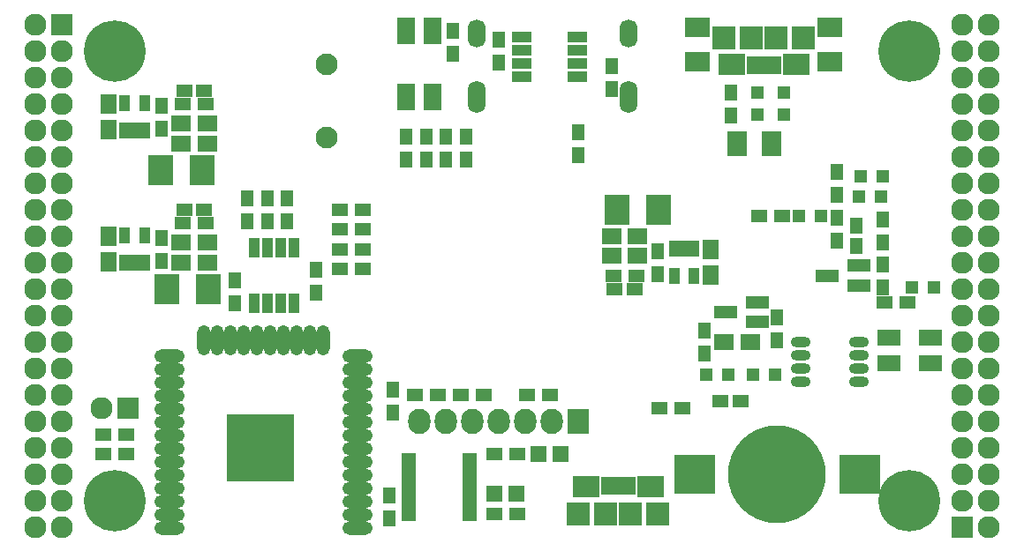
<source format=gbs>
G04 #@! TF.FileFunction,Soldermask,Bot*
%FSLAX46Y46*%
G04 Gerber Fmt 4.6, Leading zero omitted, Abs format (unit mm)*
G04 Created by KiCad (PCBNEW 4.0.5+dfsg1-4) date Fri May  5 13:46:42 2017*
%MOMM*%
%LPD*%
G01*
G04 APERTURE LIST*
%ADD10C,0.100000*%
%ADD11R,3.900000X3.700000*%
%ADD12C,9.400000*%
%ADD13R,2.432000X1.924000*%
%ADD14R,2.400000X2.900000*%
%ADD15R,1.100000X1.600000*%
%ADD16R,1.650000X1.900000*%
%ADD17R,1.900000X1.650000*%
%ADD18R,1.924000X2.432000*%
%ADD19O,1.873200X1.009600*%
%ADD20R,1.200000X1.300000*%
%ADD21R,2.500000X2.000000*%
%ADD22R,2.300000X2.300000*%
%ADD23R,0.800000X1.750000*%
%ADD24R,2.200000X2.300000*%
%ADD25C,2.100000*%
%ADD26R,2.300000X1.200000*%
%ADD27R,1.600000X1.150000*%
%ADD28R,1.150000X1.600000*%
%ADD29R,1.300000X1.600000*%
%ADD30R,1.600000X1.300000*%
%ADD31O,1.700000X3.100000*%
%ADD32O,1.700000X2.700000*%
%ADD33R,1.000000X1.950000*%
%ADD34R,1.950000X1.000000*%
%ADD35O,2.900000X1.300000*%
%ADD36O,1.300000X2.900000*%
%ADD37R,6.400000X6.400000*%
%ADD38R,2.127200X2.127200*%
%ADD39O,2.127200X2.127200*%
%ADD40C,5.900000*%
%ADD41R,1.300000X1.200000*%
%ADD42R,1.400000X0.800000*%
%ADD43R,2.200000X1.600000*%
%ADD44R,1.800000X2.600000*%
%ADD45R,2.127200X2.432000*%
%ADD46O,2.127200X2.432000*%
%ADD47R,1.598880X1.598880*%
G04 APERTURE END LIST*
D10*
D11*
X174390000Y-105870000D03*
X158590000Y-105870000D03*
D12*
X166490000Y-105870000D03*
D13*
X171570000Y-62944000D03*
X171570000Y-66246000D03*
D14*
X107975000Y-88090000D03*
X111975000Y-88090000D03*
D15*
X105845000Y-85580000D03*
X104895000Y-85580000D03*
X103945000Y-85580000D03*
X103945000Y-82980000D03*
X105845000Y-82980000D03*
D14*
X155155000Y-80470000D03*
X151155000Y-80470000D03*
D15*
X156650000Y-84220000D03*
X157600000Y-84220000D03*
X158550000Y-84220000D03*
X158550000Y-86820000D03*
X156650000Y-86820000D03*
D14*
X107340000Y-76660000D03*
X111340000Y-76660000D03*
D15*
X105845000Y-72880000D03*
X104895000Y-72880000D03*
X103945000Y-72880000D03*
X103945000Y-70280000D03*
X105845000Y-70280000D03*
D16*
X102355000Y-70330000D03*
X102355000Y-72830000D03*
D17*
X111860000Y-85550000D03*
X109360000Y-85550000D03*
X111860000Y-83645000D03*
X109360000Y-83645000D03*
D16*
X102355000Y-83030000D03*
X102355000Y-85530000D03*
D17*
X150635000Y-84915000D03*
X153135000Y-84915000D03*
X150635000Y-83010000D03*
X153135000Y-83010000D03*
D16*
X160140000Y-86800000D03*
X160140000Y-84300000D03*
D17*
X111860000Y-72215000D03*
X109360000Y-72215000D03*
X111860000Y-74120000D03*
X109360000Y-74120000D03*
D18*
X162680000Y-74120000D03*
X165982000Y-74120000D03*
D13*
X158870000Y-66246000D03*
X158870000Y-62944000D03*
D19*
X174364000Y-93170000D03*
X174364000Y-94440000D03*
X174364000Y-95710000D03*
X174364000Y-96980000D03*
X168776000Y-96980000D03*
X168776000Y-95710000D03*
X168776000Y-94440000D03*
X168776000Y-93170000D03*
D17*
X161430000Y-93170000D03*
X163930000Y-93170000D03*
D20*
X159725000Y-96345000D03*
X161825000Y-96345000D03*
X179430000Y-88000000D03*
X181530000Y-88000000D03*
X176650000Y-77295000D03*
X174550000Y-77295000D03*
X170715000Y-81105000D03*
X168615000Y-81105000D03*
D21*
X154350000Y-107130000D03*
X148150000Y-107130000D03*
D22*
X152450000Y-109680000D03*
X150050000Y-109680000D03*
D23*
X152550000Y-107005000D03*
X151900000Y-107005000D03*
X151250000Y-107005000D03*
X150600000Y-107005000D03*
X149950000Y-107005000D03*
D24*
X155050000Y-109680000D03*
X147450000Y-109680000D03*
D21*
X162120000Y-66510000D03*
X168320000Y-66510000D03*
D22*
X164020000Y-63960000D03*
X166420000Y-63960000D03*
D23*
X163920000Y-66635000D03*
X164570000Y-66635000D03*
X165220000Y-66635000D03*
X165870000Y-66635000D03*
X166520000Y-66635000D03*
D24*
X161420000Y-63960000D03*
X169020000Y-63960000D03*
D25*
X123310000Y-66540000D03*
X123310000Y-73540000D03*
D26*
X164585000Y-89360000D03*
X164585000Y-91260000D03*
X161585000Y-90310000D03*
X174340000Y-85870000D03*
X174340000Y-87770000D03*
X171340000Y-86820000D03*
D27*
X111560000Y-80470000D03*
X109660000Y-80470000D03*
X150935000Y-88090000D03*
X152835000Y-88090000D03*
X111560000Y-69040000D03*
X109660000Y-69040000D03*
D28*
X174110000Y-82060000D03*
X174110000Y-83960000D03*
D29*
X159505000Y-94270000D03*
X159505000Y-92070000D03*
X176650000Y-87920000D03*
X176650000Y-85720000D03*
D30*
X179020000Y-89360000D03*
X176820000Y-89360000D03*
D29*
X176650000Y-81445000D03*
X176650000Y-83645000D03*
X166490000Y-90800000D03*
X166490000Y-93000000D03*
D30*
X155230000Y-99520000D03*
X157430000Y-99520000D03*
D29*
X172205000Y-81275000D03*
X172205000Y-83475000D03*
X129280000Y-107900000D03*
X129280000Y-110100000D03*
D30*
X166955000Y-81105000D03*
X164755000Y-81105000D03*
D29*
X172205000Y-76830000D03*
X172205000Y-79030000D03*
D30*
X111710000Y-81740000D03*
X109510000Y-81740000D03*
X111710000Y-70310000D03*
X109510000Y-70310000D03*
X150785000Y-86820000D03*
X152985000Y-86820000D03*
D29*
X107435000Y-85380000D03*
X107435000Y-83180000D03*
X107435000Y-72680000D03*
X107435000Y-70480000D03*
X155060000Y-84450000D03*
X155060000Y-86650000D03*
D30*
X126782000Y-86185000D03*
X124582000Y-86185000D03*
X126782000Y-84279000D03*
X124582000Y-84279000D03*
X126782000Y-82375000D03*
X124582000Y-82375000D03*
X126782000Y-80470000D03*
X124582000Y-80470000D03*
D29*
X130930000Y-75687000D03*
X130930000Y-73487000D03*
X132835000Y-75687000D03*
X132835000Y-73487000D03*
X134740000Y-75687000D03*
X134740000Y-73487000D03*
X136645000Y-75687000D03*
X136645000Y-73487000D03*
D31*
X152280000Y-69650000D03*
X137680000Y-69650000D03*
D32*
X137680000Y-63600000D03*
X152280000Y-63600000D03*
D33*
X116325000Y-84120000D03*
X117595000Y-84120000D03*
X118865000Y-84120000D03*
X120135000Y-84120000D03*
X120135000Y-89520000D03*
X118865000Y-89520000D03*
X117595000Y-89520000D03*
X116325000Y-89520000D03*
D27*
X161095000Y-98885000D03*
X162995000Y-98885000D03*
D34*
X141980000Y-67705000D03*
X141980000Y-66435000D03*
X141980000Y-65165000D03*
X141980000Y-63895000D03*
X147380000Y-63895000D03*
X147380000Y-65165000D03*
X147380000Y-66435000D03*
X147380000Y-67705000D03*
D20*
X166270000Y-96345000D03*
X164170000Y-96345000D03*
X174330000Y-79200000D03*
X176430000Y-79200000D03*
D35*
X126260434Y-111030338D03*
X126260434Y-109760338D03*
X126260434Y-108490338D03*
X126260434Y-107220338D03*
X126260434Y-105950338D03*
X126260434Y-104680338D03*
X126260434Y-103410338D03*
X126260434Y-102140338D03*
X126260434Y-100870338D03*
X126260434Y-99600338D03*
X126260434Y-98330338D03*
X126260434Y-97060338D03*
X126260434Y-95790338D03*
X126260434Y-94520338D03*
D36*
X122975434Y-93030338D03*
X121705434Y-93030338D03*
X120435434Y-93030338D03*
X119165434Y-93030338D03*
X117895434Y-93030338D03*
X116625434Y-93030338D03*
X115355434Y-93030338D03*
X114085434Y-93030338D03*
X112815434Y-93030338D03*
X111545434Y-93030338D03*
D35*
X108260434Y-94520338D03*
X108260434Y-95790338D03*
X108260434Y-97060338D03*
X108260434Y-98330338D03*
X108260434Y-99600338D03*
X108260434Y-100870338D03*
X108260434Y-102140338D03*
X108260434Y-103410338D03*
X108260434Y-104680338D03*
X108260434Y-105950338D03*
X108260434Y-107220338D03*
X108260434Y-108490338D03*
X108260434Y-109760338D03*
X108260434Y-111030338D03*
D37*
X116960434Y-103330338D03*
D38*
X97910000Y-62690000D03*
D39*
X95370000Y-62690000D03*
X97910000Y-65230000D03*
X95370000Y-65230000D03*
X97910000Y-67770000D03*
X95370000Y-67770000D03*
X97910000Y-70310000D03*
X95370000Y-70310000D03*
X97910000Y-72850000D03*
X95370000Y-72850000D03*
X97910000Y-75390000D03*
X95370000Y-75390000D03*
X97910000Y-77930000D03*
X95370000Y-77930000D03*
X97910000Y-80470000D03*
X95370000Y-80470000D03*
X97910000Y-83010000D03*
X95370000Y-83010000D03*
X97910000Y-85550000D03*
X95370000Y-85550000D03*
X97910000Y-88090000D03*
X95370000Y-88090000D03*
X97910000Y-90630000D03*
X95370000Y-90630000D03*
X97910000Y-93170000D03*
X95370000Y-93170000D03*
X97910000Y-95710000D03*
X95370000Y-95710000D03*
X97910000Y-98250000D03*
X95370000Y-98250000D03*
X97910000Y-100790000D03*
X95370000Y-100790000D03*
X97910000Y-103330000D03*
X95370000Y-103330000D03*
X97910000Y-105870000D03*
X95370000Y-105870000D03*
X97910000Y-108410000D03*
X95370000Y-108410000D03*
X97910000Y-110950000D03*
X95370000Y-110950000D03*
D38*
X184270000Y-110950000D03*
D39*
X186810000Y-110950000D03*
X184270000Y-108410000D03*
X186810000Y-108410000D03*
X184270000Y-105870000D03*
X186810000Y-105870000D03*
X184270000Y-103330000D03*
X186810000Y-103330000D03*
X184270000Y-100790000D03*
X186810000Y-100790000D03*
X184270000Y-98250000D03*
X186810000Y-98250000D03*
X184270000Y-95710000D03*
X186810000Y-95710000D03*
X184270000Y-93170000D03*
X186810000Y-93170000D03*
X184270000Y-90630000D03*
X186810000Y-90630000D03*
X184270000Y-88090000D03*
X186810000Y-88090000D03*
X184270000Y-85550000D03*
X186810000Y-85550000D03*
X184270000Y-83010000D03*
X186810000Y-83010000D03*
X184270000Y-80470000D03*
X186810000Y-80470000D03*
X184270000Y-77930000D03*
X186810000Y-77930000D03*
X184270000Y-75390000D03*
X186810000Y-75390000D03*
X184270000Y-72850000D03*
X186810000Y-72850000D03*
X184270000Y-70310000D03*
X186810000Y-70310000D03*
X184270000Y-67770000D03*
X186810000Y-67770000D03*
X184270000Y-65230000D03*
X186810000Y-65230000D03*
X184270000Y-62690000D03*
X186810000Y-62690000D03*
D40*
X102990000Y-108410000D03*
X179190000Y-108410000D03*
X179190000Y-65230000D03*
X102990000Y-65230000D03*
D41*
X167125000Y-69260000D03*
X167125000Y-71360000D03*
X164585000Y-69260000D03*
X164585000Y-71360000D03*
D29*
X162045000Y-71410000D03*
X162045000Y-69210000D03*
X139820000Y-66330000D03*
X139820000Y-64130000D03*
X135375000Y-63300000D03*
X135375000Y-65500000D03*
X150615000Y-68870000D03*
X150615000Y-66670000D03*
X147440000Y-75220000D03*
X147440000Y-73020000D03*
D42*
X137005000Y-104215000D03*
X137005000Y-104865000D03*
X137005000Y-105515000D03*
X137005000Y-106165000D03*
X137005000Y-106815000D03*
X137005000Y-107465000D03*
X137005000Y-108115000D03*
X137005000Y-108765000D03*
X137005000Y-109415000D03*
X137005000Y-110065000D03*
X131205000Y-110065000D03*
X131205000Y-109415000D03*
X131205000Y-108765000D03*
X131205000Y-108115000D03*
X131205000Y-107465000D03*
X131205000Y-106815000D03*
X131205000Y-106165000D03*
X131205000Y-105515000D03*
X131205000Y-104865000D03*
X131205000Y-104215000D03*
D29*
X119500000Y-79370000D03*
X119500000Y-81570000D03*
X114480000Y-89500000D03*
X114480000Y-87300000D03*
X129660000Y-99985000D03*
X129660000Y-97785000D03*
X117595000Y-79370000D03*
X117595000Y-81570000D03*
X122280000Y-86300000D03*
X122280000Y-88500000D03*
X115690000Y-79370000D03*
X115690000Y-81570000D03*
D30*
X144730000Y-98250000D03*
X142530000Y-98250000D03*
X138380000Y-98250000D03*
X136180000Y-98250000D03*
X131735000Y-98250000D03*
X133935000Y-98250000D03*
X101890000Y-103965000D03*
X104090000Y-103965000D03*
D43*
X177190000Y-95200000D03*
X181190000Y-95200000D03*
X181190000Y-92800000D03*
X177190000Y-92800000D03*
D44*
X133450000Y-63350000D03*
X133450000Y-69650000D03*
X130950000Y-69650000D03*
X130950000Y-63350000D03*
D38*
X104260000Y-99520000D03*
D39*
X101720000Y-99520000D03*
D45*
X147440000Y-100790000D03*
D46*
X144900000Y-100790000D03*
X142360000Y-100790000D03*
X139820000Y-100790000D03*
X137280000Y-100790000D03*
X134740000Y-100790000D03*
X132200000Y-100790000D03*
D30*
X101890000Y-102060000D03*
X104090000Y-102060000D03*
D47*
X143630980Y-104000000D03*
X145729020Y-104000000D03*
X141504020Y-107775000D03*
X139405980Y-107775000D03*
D30*
X139355000Y-103965000D03*
X141555000Y-103965000D03*
X139355000Y-109680000D03*
X141555000Y-109680000D03*
M02*

</source>
